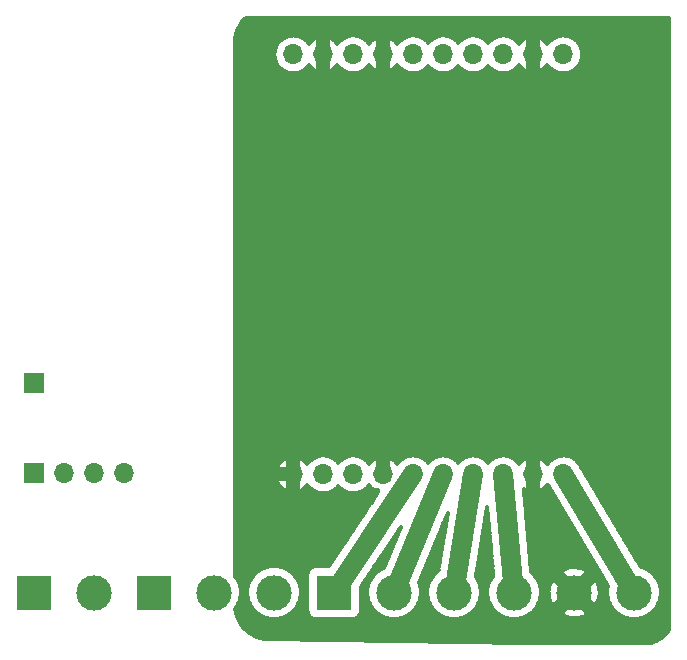
<source format=gtl>
G04 #@! TF.GenerationSoftware,KiCad,Pcbnew,5.0.2-bee76a0~70~ubuntu18.04.1*
G04 #@! TF.CreationDate,2019-04-07T21:24:10+02:00*
G04 #@! TF.ProjectId,TMC2660_mount2,544d4332-3636-4305-9f6d-6f756e74322e,rev?*
G04 #@! TF.SameCoordinates,PX40126abPY799e129*
G04 #@! TF.FileFunction,Copper,L1,Top*
G04 #@! TF.FilePolarity,Positive*
%FSLAX46Y46*%
G04 Gerber Fmt 4.6, Leading zero omitted, Abs format (unit mm)*
G04 Created by KiCad (PCBNEW 5.0.2-bee76a0~70~ubuntu18.04.1) date 2019-04-07T21:24:10 CEST*
%MOMM*%
%LPD*%
G01*
G04 APERTURE LIST*
G04 #@! TA.AperFunction,ComponentPad*
%ADD10R,1.700000X1.700000*%
G04 #@! TD*
G04 #@! TA.AperFunction,ComponentPad*
%ADD11O,1.700000X1.700000*%
G04 #@! TD*
G04 #@! TA.AperFunction,ComponentPad*
%ADD12C,3.000000*%
G04 #@! TD*
G04 #@! TA.AperFunction,ComponentPad*
%ADD13R,3.000000X3.000000*%
G04 #@! TD*
G04 #@! TA.AperFunction,Conductor*
%ADD14C,1.700000*%
G04 #@! TD*
G04 #@! TA.AperFunction,Conductor*
%ADD15C,0.300000*%
G04 #@! TD*
%ADD16C,0.300000*%
G04 APERTURE END LIST*
D10*
G04 #@! TO.P,J5,1*
G04 #@! TO.N,/SG_TST*
X5668900Y23437420D03*
G04 #@! TD*
D11*
G04 #@! TO.P,J4,4*
G04 #@! TO.N,/SDO*
X13288900Y15817420D03*
G04 #@! TO.P,J4,3*
G04 #@! TO.N,/SDI*
X10748900Y15817420D03*
G04 #@! TO.P,J4,2*
G04 #@! TO.N,/SCK*
X8208900Y15817420D03*
D10*
G04 #@! TO.P,J4,1*
G04 #@! TO.N,/CSn*
X5668900Y15817420D03*
G04 #@! TD*
D12*
G04 #@! TO.P,J3,6*
G04 #@! TO.N,/VS*
X56468781Y5657421D03*
G04 #@! TO.P,J3,5*
G04 #@! TO.N,GND*
X51388781Y5657421D03*
G04 #@! TO.P,J3,4*
G04 #@! TO.N,/A1*
X46308781Y5657421D03*
D13*
G04 #@! TO.P,J3,1*
G04 #@! TO.N,/B2*
X31068781Y5657421D03*
D12*
G04 #@! TO.P,J3,3*
G04 #@! TO.N,/A2*
X41228781Y5657421D03*
G04 #@! TO.P,J3,2*
G04 #@! TO.N,/B1*
X36148781Y5657421D03*
G04 #@! TD*
G04 #@! TO.P,J2,3*
G04 #@! TO.N,/DIR*
X25988881Y5657421D03*
G04 #@! TO.P,J2,2*
G04 #@! TO.N,/STEP*
X20908881Y5657421D03*
D13*
G04 #@! TO.P,J2,1*
G04 #@! TO.N,/DRV_ENn*
X15828881Y5657421D03*
G04 #@! TD*
D12*
G04 #@! TO.P,J1,2*
G04 #@! TO.N,GND*
X10748881Y5657421D03*
D13*
G04 #@! TO.P,J1,1*
G04 #@! TO.N,/VCC*
X5668881Y5657421D03*
G04 #@! TD*
D11*
G04 #@! TO.P,P1,1*
G04 #@! TO.N,/CSn*
X37770781Y51222021D03*
G04 #@! TO.P,P1,2*
G04 #@! TO.N,/SCK*
X40310781Y51222021D03*
G04 #@! TO.P,P1,3*
G04 #@! TO.N,/SDI*
X42850781Y51222021D03*
G04 #@! TO.P,P1,4*
G04 #@! TO.N,/SDO*
X45390781Y51222021D03*
G04 #@! TD*
G04 #@! TO.P,P2,1*
G04 #@! TO.N,/STEP*
X32690781Y15662421D03*
G04 #@! TO.P,P2,2*
G04 #@! TO.N,/DIR*
X30150781Y15662421D03*
G04 #@! TD*
G04 #@! TO.P,P3,4*
G04 #@! TO.N,GND*
X35230781Y51222021D03*
G04 #@! TO.P,P3,3*
G04 #@! TO.N,/DRV_ENn*
X32690781Y51222021D03*
G04 #@! TO.P,P3,2*
G04 #@! TO.N,GND*
X30150781Y51222021D03*
G04 #@! TO.P,P3,1*
G04 #@! TO.N,/SG_TST*
X27610781Y51222021D03*
G04 #@! TD*
G04 #@! TO.P,P4,1*
G04 #@! TO.N,GND*
X27610781Y15662421D03*
G04 #@! TD*
G04 #@! TO.P,P5,1*
G04 #@! TO.N,GND*
X35230781Y15662421D03*
G04 #@! TD*
G04 #@! TO.P,P6,2*
G04 #@! TO.N,/A1*
X45390781Y15662421D03*
G04 #@! TO.P,P6,1*
G04 #@! TO.N,/A2*
X42850781Y15662421D03*
G04 #@! TD*
G04 #@! TO.P,P7,1*
G04 #@! TO.N,/B2*
X37770781Y15662421D03*
G04 #@! TO.P,P7,2*
G04 #@! TO.N,/B1*
X40310781Y15662421D03*
G04 #@! TD*
G04 #@! TO.P,P8,1*
G04 #@! TO.N,GND*
X47930781Y51222021D03*
G04 #@! TO.P,P8,2*
G04 #@! TO.N,/VCC*
X50470781Y51222021D03*
G04 #@! TD*
G04 #@! TO.P,P9,2*
G04 #@! TO.N,/VS*
X50470781Y15662421D03*
G04 #@! TO.P,P9,1*
G04 #@! TO.N,GND*
X47930781Y15662421D03*
G04 #@! TD*
D14*
G04 #@! TO.N,/VS*
X50470781Y15662421D02*
X56468781Y5657421D01*
G04 #@! TO.N,/A1*
X45390781Y15662421D02*
X46308781Y5657421D01*
G04 #@! TO.N,/B2*
X37770781Y15662421D02*
X31068781Y5657421D01*
G04 #@! TO.N,/A2*
X42850781Y15662421D02*
X41228781Y5657421D01*
G04 #@! TO.N,/B1*
X40310781Y15662421D02*
X36148781Y5657421D01*
G04 #@! TD*
D15*
G04 #@! TO.N,GND*
X59420901Y54329420D02*
X23588941Y54329420D01*
X59420901Y54044420D02*
X23325683Y54044420D01*
X59420901Y53759420D02*
X23122564Y53759420D01*
X59420901Y53474420D02*
X22966092Y53474420D01*
X59420901Y53189420D02*
X22848000Y53189420D01*
X59420901Y52904420D02*
X22763082Y52904420D01*
X26813993Y52619420D02*
X22711314Y52619420D01*
X31893993Y52619420D02*
X28407570Y52619420D01*
X36973993Y52619420D02*
X33487570Y52619420D01*
X39513993Y52619420D02*
X38567570Y52619420D01*
X42053993Y52619420D02*
X41107570Y52619420D01*
X44593993Y52619420D02*
X43647570Y52619420D01*
X49673993Y52619420D02*
X46187570Y52619420D01*
X59420901Y52619420D02*
X51267570Y52619420D01*
X26443525Y52334420D02*
X22691006Y52334420D01*
X29133746Y52334420D02*
X28778037Y52334420D01*
X30575781Y52334420D02*
X29725781Y52334420D01*
X31523526Y52334420D02*
X31167817Y52334420D01*
X34213746Y52334420D02*
X33858037Y52334420D01*
X35655781Y52334420D02*
X34805781Y52334420D01*
X36603526Y52334420D02*
X36247817Y52334420D01*
X39143525Y52334420D02*
X38938038Y52334420D01*
X41683525Y52334420D02*
X41478038Y52334420D01*
X44223525Y52334420D02*
X44018038Y52334420D01*
X46913746Y52334420D02*
X46558037Y52334420D01*
X48355781Y52334420D02*
X47505781Y52334420D01*
X49303526Y52334420D02*
X48947817Y52334420D01*
X59420901Y52334420D02*
X51638038Y52334420D01*
X26229744Y52049420D02*
X22685820Y52049420D01*
X30575781Y52049420D02*
X29725781Y52049420D01*
X35655781Y52049420D02*
X34805781Y52049420D01*
X48355781Y52049420D02*
X47505781Y52049420D01*
X59420901Y52049420D02*
X51851819Y52049420D01*
X26094962Y51764420D02*
X22685820Y51764420D01*
X30575781Y51764420D02*
X29725781Y51764420D01*
X35655781Y51764420D02*
X34805781Y51764420D01*
X48355781Y51764420D02*
X47505781Y51764420D01*
X59420901Y51764420D02*
X51986601Y51764420D01*
X26020353Y51479420D02*
X22685820Y51479420D01*
X30620781Y51479420D02*
X29680781Y51479420D01*
X35700781Y51479420D02*
X34760781Y51479420D01*
X48400781Y51479420D02*
X47460781Y51479420D01*
X59420901Y51479420D02*
X52061210Y51479420D01*
X25997719Y51194420D02*
X22685820Y51194420D01*
X30620781Y51194420D02*
X29680781Y51194420D01*
X35700781Y51194420D02*
X34760781Y51194420D01*
X48400781Y51194420D02*
X47460781Y51194420D01*
X59420901Y51194420D02*
X52083842Y51194420D01*
X26025789Y50909420D02*
X22685820Y50909420D01*
X30620781Y50909420D02*
X29680781Y50909420D01*
X35700781Y50909420D02*
X34760781Y50909420D01*
X48400781Y50909420D02*
X47460781Y50909420D01*
X59420901Y50909420D02*
X52055772Y50909420D01*
X26111706Y50624420D02*
X22685820Y50624420D01*
X30575781Y50624420D02*
X29725781Y50624420D01*
X35655781Y50624420D02*
X34805781Y50624420D01*
X48355781Y50624420D02*
X47505781Y50624420D01*
X59420901Y50624420D02*
X51969855Y50624420D01*
X26259249Y50339420D02*
X22685820Y50339420D01*
X30575781Y50339420D02*
X29725781Y50339420D01*
X35655781Y50339420D02*
X34805781Y50339420D01*
X48355781Y50339420D02*
X47505781Y50339420D01*
X59420901Y50339420D02*
X51822312Y50339420D01*
X26498802Y50054420D02*
X22685820Y50054420D01*
X29205686Y50054420D02*
X28722759Y50054420D01*
X30575781Y50054420D02*
X29725781Y50054420D01*
X31578802Y50054420D02*
X31095875Y50054420D01*
X34285686Y50054420D02*
X33802759Y50054420D01*
X35655781Y50054420D02*
X34805781Y50054420D01*
X36658802Y50054420D02*
X36175875Y50054420D01*
X39198802Y50054420D02*
X38882759Y50054420D01*
X41738802Y50054420D02*
X41422759Y50054420D01*
X44278802Y50054420D02*
X43962759Y50054420D01*
X46985686Y50054420D02*
X46502759Y50054420D01*
X48355781Y50054420D02*
X47505781Y50054420D01*
X49358802Y50054420D02*
X48875875Y50054420D01*
X59420901Y50054420D02*
X51582759Y50054420D01*
X26917268Y49769420D02*
X22685820Y49769420D01*
X31997268Y49769420D02*
X28304293Y49769420D01*
X37077268Y49769420D02*
X33384293Y49769420D01*
X39617268Y49769420D02*
X38464293Y49769420D01*
X42157268Y49769420D02*
X41004293Y49769420D01*
X44697268Y49769420D02*
X43544293Y49769420D01*
X49777268Y49769420D02*
X46084293Y49769420D01*
X59420901Y49769420D02*
X51164293Y49769420D01*
X59420901Y49484420D02*
X22685820Y49484420D01*
X59420901Y49199420D02*
X22685820Y49199420D01*
X59420901Y48914420D02*
X22685820Y48914420D01*
X59420901Y48629420D02*
X22685820Y48629420D01*
X59420901Y48344420D02*
X22685820Y48344420D01*
X59420901Y48059420D02*
X22685820Y48059420D01*
X59420901Y47774420D02*
X22685820Y47774420D01*
X59420901Y47489420D02*
X22685820Y47489420D01*
X59420901Y47204420D02*
X22685820Y47204420D01*
X59420901Y46919420D02*
X22685820Y46919420D01*
X59420901Y46634420D02*
X22685820Y46634420D01*
X59420901Y46349420D02*
X22685820Y46349420D01*
X59420901Y46064420D02*
X22685820Y46064420D01*
X59420901Y45779420D02*
X22685820Y45779420D01*
X59420901Y45494420D02*
X22685820Y45494420D01*
X59420901Y45209420D02*
X22685820Y45209420D01*
X59420901Y44924420D02*
X22685820Y44924420D01*
X59420901Y44639420D02*
X22685820Y44639420D01*
X59420901Y44354420D02*
X22685820Y44354420D01*
X59420901Y44069420D02*
X22685820Y44069420D01*
X59420901Y43784420D02*
X22685820Y43784420D01*
X59420901Y43499420D02*
X22685820Y43499420D01*
X59420901Y43214420D02*
X22685820Y43214420D01*
X59420901Y42929420D02*
X22685820Y42929420D01*
X59420901Y42644420D02*
X22685820Y42644420D01*
X59420901Y42359420D02*
X22685820Y42359420D01*
X59420901Y42074420D02*
X22685820Y42074420D01*
X59420901Y41789420D02*
X22685820Y41789420D01*
X59420901Y41504420D02*
X22685820Y41504420D01*
X59420901Y41219420D02*
X22685820Y41219420D01*
X59420901Y40934420D02*
X22685820Y40934420D01*
X59420901Y40649420D02*
X22685820Y40649420D01*
X59420901Y40364420D02*
X22685820Y40364420D01*
X59420901Y40079420D02*
X22685820Y40079420D01*
X59420901Y39794420D02*
X22685820Y39794420D01*
X59420901Y39509420D02*
X22685820Y39509420D01*
X59420901Y39224420D02*
X22685820Y39224420D01*
X59420901Y38939420D02*
X22685820Y38939420D01*
X59420901Y38654420D02*
X22685820Y38654420D01*
X59420901Y38369420D02*
X22685820Y38369420D01*
X59420901Y38084420D02*
X22685820Y38084420D01*
X59420901Y37799420D02*
X22685820Y37799420D01*
X59420901Y37514420D02*
X22685820Y37514420D01*
X59420901Y37229420D02*
X22685820Y37229420D01*
X59420901Y36944420D02*
X22685820Y36944420D01*
X59420901Y36659420D02*
X22685820Y36659420D01*
X59420901Y36374420D02*
X22685820Y36374420D01*
X59420901Y36089420D02*
X22685820Y36089420D01*
X59420901Y35804420D02*
X22685820Y35804420D01*
X59420901Y35519420D02*
X22685820Y35519420D01*
X59420901Y35234420D02*
X22685820Y35234420D01*
X59420901Y34949420D02*
X22685820Y34949420D01*
X59420901Y34664420D02*
X22685820Y34664420D01*
X59420901Y34379420D02*
X22685820Y34379420D01*
X59420901Y34094420D02*
X22685820Y34094420D01*
X59420901Y33809420D02*
X22685820Y33809420D01*
X59420901Y33524420D02*
X22685820Y33524420D01*
X59420901Y33239420D02*
X22685820Y33239420D01*
X59420901Y32954420D02*
X22685820Y32954420D01*
X59420901Y32669420D02*
X22685820Y32669420D01*
X59420901Y32384420D02*
X22685820Y32384420D01*
X59420901Y32099420D02*
X22685820Y32099420D01*
X59420901Y31814420D02*
X22685820Y31814420D01*
X59420901Y31529420D02*
X22685820Y31529420D01*
X59420901Y31244420D02*
X22685820Y31244420D01*
X59420901Y30959420D02*
X22685820Y30959420D01*
X59420901Y30674420D02*
X22685820Y30674420D01*
X59420901Y30389420D02*
X22685820Y30389420D01*
X59420901Y30104420D02*
X22685820Y30104420D01*
X59420901Y29819420D02*
X22685820Y29819420D01*
X59420901Y29534420D02*
X22685820Y29534420D01*
X59420901Y29249420D02*
X22685820Y29249420D01*
X59420901Y28964420D02*
X22685820Y28964420D01*
X59420901Y28679420D02*
X22685820Y28679420D01*
X59420901Y28394420D02*
X22685820Y28394420D01*
X59420901Y28109420D02*
X22685820Y28109420D01*
X59420901Y27824420D02*
X22685820Y27824420D01*
X59420901Y27539420D02*
X22685820Y27539420D01*
X59420901Y27254420D02*
X22685820Y27254420D01*
X59420901Y26969420D02*
X22685820Y26969420D01*
X59420901Y26684420D02*
X22685820Y26684420D01*
X59420901Y26399420D02*
X22685820Y26399420D01*
X59420901Y26114420D02*
X22685820Y26114420D01*
X59420901Y25829420D02*
X22685820Y25829420D01*
X59420901Y25544420D02*
X22685820Y25544420D01*
X59420901Y25259420D02*
X22685820Y25259420D01*
X59420901Y24974420D02*
X22685820Y24974420D01*
X59420901Y24689420D02*
X22685820Y24689420D01*
X59420901Y24404420D02*
X22685820Y24404420D01*
X59420901Y24119420D02*
X22685820Y24119420D01*
X59420901Y23834420D02*
X22685820Y23834420D01*
X59420901Y23549420D02*
X22685820Y23549420D01*
X59420901Y23264420D02*
X22685820Y23264420D01*
X59420901Y22979420D02*
X22685820Y22979420D01*
X59420901Y22694420D02*
X22685820Y22694420D01*
X59420901Y22409420D02*
X22685820Y22409420D01*
X59420901Y22124420D02*
X22685820Y22124420D01*
X59420901Y21839420D02*
X22685820Y21839420D01*
X59420901Y21554420D02*
X22685820Y21554420D01*
X59420901Y21269420D02*
X22685820Y21269420D01*
X59420901Y20984420D02*
X22685820Y20984420D01*
X59420901Y20699420D02*
X22685820Y20699420D01*
X59420901Y20414420D02*
X22685820Y20414420D01*
X59420901Y20129420D02*
X22685820Y20129420D01*
X59420901Y19844420D02*
X22685820Y19844420D01*
X59420901Y19559420D02*
X22685820Y19559420D01*
X59420901Y19274420D02*
X22685820Y19274420D01*
X59420901Y18989420D02*
X22685820Y18989420D01*
X59420901Y18704420D02*
X22685820Y18704420D01*
X59420901Y18419420D02*
X22685820Y18419420D01*
X59420901Y18134420D02*
X22685820Y18134420D01*
X59420901Y17849420D02*
X22685820Y17849420D01*
X59420901Y17564420D02*
X22685820Y17564420D01*
X59420901Y17279420D02*
X22685820Y17279420D01*
X26907457Y16994420D02*
X22685820Y16994420D01*
X28180125Y16994420D02*
X27041438Y16994420D01*
X29239123Y16994420D02*
X28314106Y16994420D01*
X31779123Y16994420D02*
X31062440Y16994420D01*
X34527457Y16994420D02*
X33602440Y16994420D01*
X35800125Y16994420D02*
X34661438Y16994420D01*
X36859123Y16994420D02*
X35934106Y16994420D01*
X39399123Y16994420D02*
X38682697Y16994420D01*
X41939122Y16994420D02*
X41222777Y16994420D01*
X44479123Y16994420D02*
X43762440Y16994420D01*
X47227457Y16994420D02*
X46302440Y16994420D01*
X48500125Y16994420D02*
X47361438Y16994420D01*
X49559123Y16994420D02*
X48634106Y16994420D01*
X59420901Y16994420D02*
X51382440Y16994420D01*
X26534353Y16709420D02*
X22685820Y16709420D01*
X28035781Y16709420D02*
X27185781Y16709420D01*
X28929853Y16709420D02*
X28687210Y16709420D01*
X31469853Y16709420D02*
X31371710Y16709420D01*
X34154353Y16709420D02*
X33911710Y16709420D01*
X35655781Y16709420D02*
X34805781Y16709420D01*
X36549853Y16709420D02*
X36307210Y16709420D01*
X39089853Y16709420D02*
X38991762Y16709420D01*
X41627011Y16709420D02*
X41531780Y16709420D01*
X44162465Y16709420D02*
X44071710Y16709420D01*
X46854353Y16709420D02*
X46616693Y16709420D01*
X48355781Y16709420D02*
X47505781Y16709420D01*
X49249550Y16709420D02*
X49007210Y16709420D01*
X59420901Y16709420D02*
X51696233Y16709420D01*
X26317808Y16424420D02*
X22685820Y16424420D01*
X28035781Y16424420D02*
X27185781Y16424420D01*
X35655781Y16424420D02*
X34805781Y16424420D01*
X48355781Y16424420D02*
X47505781Y16424420D01*
X59420901Y16424420D02*
X51888782Y16424420D01*
X26309530Y16139420D02*
X22685820Y16139420D01*
X28035781Y16139420D02*
X27185781Y16139420D01*
X35655781Y16139420D02*
X34805781Y16139420D01*
X48355781Y16139420D02*
X47505781Y16139420D01*
X59420901Y16139420D02*
X52059640Y16139420D01*
X28080781Y15854420D02*
X22685820Y15854420D01*
X35700781Y15854420D02*
X34760781Y15854420D01*
X48400781Y15854420D02*
X47460781Y15854420D01*
X59420901Y15854420D02*
X52230497Y15854420D01*
X28080781Y15569420D02*
X22685820Y15569420D01*
X35700781Y15569420D02*
X34760781Y15569420D01*
X48400781Y15569420D02*
X47460781Y15569420D01*
X59420901Y15569420D02*
X52401355Y15569420D01*
X28080781Y15284420D02*
X22685820Y15284420D01*
X35582138Y15284420D02*
X34760781Y15284420D01*
X48400781Y15284420D02*
X47460781Y15284420D01*
X59420901Y15284420D02*
X52572213Y15284420D01*
X26258336Y14999420D02*
X22685820Y14999420D01*
X28035781Y14999420D02*
X27185781Y14999420D01*
X48355781Y14999420D02*
X47505781Y14999420D01*
X59420901Y14999420D02*
X52743070Y14999420D01*
X26444446Y14714420D02*
X22685820Y14714420D01*
X28035781Y14714420D02*
X27185781Y14714420D01*
X28848607Y14714420D02*
X28777115Y14714420D01*
X34064446Y14714420D02*
X33992954Y14714420D01*
X48355781Y14714420D02*
X47505781Y14714420D01*
X49164287Y14714420D02*
X49097115Y14714420D01*
X59420901Y14714420D02*
X52913928Y14714420D01*
X26754050Y14429420D02*
X22685820Y14429420D01*
X28035781Y14429420D02*
X27185781Y14429420D01*
X29118492Y14429420D02*
X28467511Y14429420D01*
X31658492Y14429420D02*
X31183069Y14429420D01*
X34374050Y14429420D02*
X33723069Y14429420D01*
X48355781Y14429420D02*
X47505781Y14429420D01*
X49335145Y14429420D02*
X48787511Y14429420D01*
X59420901Y14429420D02*
X53084786Y14429420D01*
X29615571Y14144420D02*
X22685820Y14144420D01*
X32155571Y14144420D02*
X30685990Y14144420D01*
X34818492Y14144420D02*
X33225990Y14144420D01*
X49506002Y14144420D02*
X47144819Y14144420D01*
X59420901Y14144420D02*
X53255643Y14144420D01*
X34627581Y13859420D02*
X22685820Y13859420D01*
X49676860Y13859420D02*
X47170969Y13859420D01*
X59420901Y13859420D02*
X53426501Y13859420D01*
X34436669Y13574420D02*
X22685820Y13574420D01*
X49847718Y13574420D02*
X47197119Y13574420D01*
X59420901Y13574420D02*
X53597358Y13574420D01*
X34245758Y13289420D02*
X22685820Y13289420D01*
X50018575Y13289420D02*
X47223269Y13289420D01*
X59420901Y13289420D02*
X53768216Y13289420D01*
X34054846Y13004420D02*
X22685820Y13004420D01*
X50189433Y13004420D02*
X47249418Y13004420D01*
X59420901Y13004420D02*
X53939074Y13004420D01*
X33863935Y12719420D02*
X22685820Y12719420D01*
X44046058Y12719420D02*
X44002658Y12719420D01*
X50360290Y12719420D02*
X47275568Y12719420D01*
X59420901Y12719420D02*
X54109931Y12719420D01*
X33673023Y12434420D02*
X22685820Y12434420D01*
X44072208Y12434420D02*
X43956454Y12434420D01*
X50531148Y12434420D02*
X47301718Y12434420D01*
X59420901Y12434420D02*
X54280789Y12434420D01*
X33482112Y12149420D02*
X22685820Y12149420D01*
X40652264Y12149420D02*
X40590983Y12149420D01*
X44098358Y12149420D02*
X43910250Y12149420D01*
X50702005Y12149420D02*
X47327868Y12149420D01*
X59420901Y12149420D02*
X54451647Y12149420D01*
X33291200Y11864420D02*
X22685820Y11864420D01*
X40606060Y11864420D02*
X40472425Y11864420D01*
X44124508Y11864420D02*
X43864046Y11864420D01*
X50872863Y11864420D02*
X47354018Y11864420D01*
X59420901Y11864420D02*
X54622504Y11864420D01*
X33100289Y11579420D02*
X22685820Y11579420D01*
X40559856Y11579420D02*
X40353868Y11579420D01*
X44150658Y11579420D02*
X43817842Y11579420D01*
X51043720Y11579420D02*
X47380168Y11579420D01*
X59420901Y11579420D02*
X54793362Y11579420D01*
X32909377Y11294420D02*
X22685820Y11294420D01*
X40513652Y11294420D02*
X40235310Y11294420D01*
X44176808Y11294420D02*
X43771638Y11294420D01*
X51214578Y11294420D02*
X47406318Y11294420D01*
X59420901Y11294420D02*
X54964220Y11294420D01*
X32718466Y11009420D02*
X22685820Y11009420D01*
X36633587Y11009420D02*
X36589330Y11009420D01*
X40467448Y11009420D02*
X40116752Y11009420D01*
X44202958Y11009420D02*
X43725434Y11009420D01*
X51385436Y11009420D02*
X47432468Y11009420D01*
X59420901Y11009420D02*
X55135077Y11009420D01*
X32527554Y10724420D02*
X22685820Y10724420D01*
X36515030Y10724420D02*
X36398418Y10724420D01*
X40421244Y10724420D02*
X39998194Y10724420D01*
X44229108Y10724420D02*
X43679230Y10724420D01*
X51556293Y10724420D02*
X47458618Y10724420D01*
X59420901Y10724420D02*
X55305935Y10724420D01*
X32336643Y10439420D02*
X22685820Y10439420D01*
X36396472Y10439420D02*
X36207507Y10439420D01*
X40375040Y10439420D02*
X39879637Y10439420D01*
X44255258Y10439420D02*
X43633027Y10439420D01*
X51727151Y10439420D02*
X47484768Y10439420D01*
X59420901Y10439420D02*
X55476792Y10439420D01*
X32145731Y10154420D02*
X22685820Y10154420D01*
X36277914Y10154420D02*
X36016595Y10154420D01*
X40328836Y10154420D02*
X39761079Y10154420D01*
X44281408Y10154420D02*
X43586823Y10154420D01*
X51898008Y10154420D02*
X47510918Y10154420D01*
X59420901Y10154420D02*
X55647650Y10154420D01*
X31954820Y9869420D02*
X22685820Y9869420D01*
X36159356Y9869420D02*
X35825683Y9869420D01*
X40282632Y9869420D02*
X39642521Y9869420D01*
X44307558Y9869420D02*
X43540619Y9869420D01*
X52068866Y9869420D02*
X47537068Y9869420D01*
X59420901Y9869420D02*
X55818508Y9869420D01*
X31763908Y9584420D02*
X22685820Y9584420D01*
X36040799Y9584420D02*
X35634772Y9584420D01*
X40236428Y9584420D02*
X39523963Y9584420D01*
X44333708Y9584420D02*
X43494415Y9584420D01*
X52239723Y9584420D02*
X47563218Y9584420D01*
X59420901Y9584420D02*
X55989365Y9584420D01*
X31572997Y9299420D02*
X22685820Y9299420D01*
X35922241Y9299420D02*
X35443860Y9299420D01*
X40190225Y9299420D02*
X39405406Y9299420D01*
X44359858Y9299420D02*
X43448211Y9299420D01*
X52410581Y9299420D02*
X47589368Y9299420D01*
X59420901Y9299420D02*
X56160223Y9299420D01*
X31382085Y9014420D02*
X22685820Y9014420D01*
X35803683Y9014420D02*
X35252949Y9014420D01*
X40144021Y9014420D02*
X39286848Y9014420D01*
X44386008Y9014420D02*
X43402007Y9014420D01*
X52581439Y9014420D02*
X47615517Y9014420D01*
X59420901Y9014420D02*
X56331081Y9014420D01*
X31191174Y8729420D02*
X22685820Y8729420D01*
X35685126Y8729420D02*
X35062037Y8729420D01*
X40097817Y8729420D02*
X39168290Y8729420D01*
X44412158Y8729420D02*
X43355803Y8729420D01*
X52752296Y8729420D02*
X47641667Y8729420D01*
X59420901Y8729420D02*
X56501938Y8729420D01*
X31000262Y8444420D02*
X22685820Y8444420D01*
X35566568Y8444420D02*
X34871126Y8444420D01*
X40051613Y8444420D02*
X39049732Y8444420D01*
X44438308Y8444420D02*
X43309599Y8444420D01*
X52923154Y8444420D02*
X47667817Y8444420D01*
X59420901Y8444420D02*
X56672796Y8444420D01*
X30809350Y8159420D02*
X22685820Y8159420D01*
X35448010Y8159420D02*
X34680214Y8159420D01*
X40005409Y8159420D02*
X38931175Y8159420D01*
X44464458Y8159420D02*
X43263395Y8159420D01*
X53094011Y8159420D02*
X47693967Y8159420D01*
X59420901Y8159420D02*
X56843653Y8159420D01*
X25560363Y7874420D02*
X22685820Y7874420D01*
X29321182Y7874420D02*
X26417400Y7874420D01*
X35329452Y7874420D02*
X34489303Y7874420D01*
X39959205Y7874420D02*
X38812617Y7874420D01*
X44490608Y7874420D02*
X43217191Y7874420D01*
X53264869Y7874420D02*
X47720117Y7874420D01*
X59420901Y7874420D02*
X57014511Y7874420D01*
X24816031Y7589420D02*
X22685820Y7589420D01*
X28942732Y7589420D02*
X27161732Y7589420D01*
X34975931Y7589420D02*
X34298391Y7589420D01*
X39913001Y7589420D02*
X38694059Y7589420D01*
X44516758Y7589420D02*
X43170988Y7589420D01*
X50474957Y7589420D02*
X47746267Y7589420D01*
X53435726Y7589420D02*
X52302606Y7589420D01*
X59420901Y7589420D02*
X57641632Y7589420D01*
X24442586Y7304420D02*
X22685820Y7304420D01*
X28821592Y7304420D02*
X27535176Y7304420D01*
X34602486Y7304420D02*
X34107480Y7304420D01*
X39682486Y7304420D02*
X38575501Y7304420D01*
X44542908Y7304420D02*
X43124784Y7304420D01*
X50378178Y7304420D02*
X47855076Y7304420D01*
X53606584Y7304420D02*
X52399384Y7304420D01*
X59420901Y7304420D02*
X58015076Y7304420D01*
X24183267Y7019420D02*
X22714496Y7019420D01*
X28807114Y7019420D02*
X27794496Y7019420D01*
X34343167Y7019420D02*
X33916568Y7019420D01*
X39423167Y7019420D02*
X38456944Y7019420D01*
X44503167Y7019420D02*
X43078580Y7019420D01*
X50663178Y7019420D02*
X48114396Y7019420D01*
X53777441Y7019420D02*
X52114384Y7019420D01*
X59420901Y7019420D02*
X58274396Y7019420D01*
X23992836Y6734420D02*
X22904927Y6734420D01*
X28807114Y6734420D02*
X27984927Y6734420D01*
X34152736Y6734420D02*
X33725656Y6734420D01*
X39232736Y6734420D02*
X38338386Y6734420D01*
X44312736Y6734420D02*
X43224827Y6734420D01*
X50948178Y6734420D02*
X48304827Y6734420D01*
X53948299Y6734420D02*
X51829384Y6734420D01*
X59420901Y6734420D02*
X58464827Y6734420D01*
X23872897Y6449420D02*
X23024866Y6449420D01*
X28807114Y6449420D02*
X28104866Y6449420D01*
X34032797Y6449420D02*
X33534745Y6449420D01*
X39112797Y6449420D02*
X38264766Y6449420D01*
X44192797Y6449420D02*
X43344766Y6449420D01*
X49377969Y6449420D02*
X48424766Y6449420D01*
X51233178Y6449420D02*
X49960386Y6449420D01*
X52817176Y6449420D02*
X51544384Y6449420D01*
X54119157Y6449420D02*
X53407001Y6449420D01*
X59420901Y6449420D02*
X58584766Y6449420D01*
X23787493Y6164420D02*
X23110270Y6164420D01*
X28807114Y6164420D02*
X28190270Y6164420D01*
X33947393Y6164420D02*
X33343833Y6164420D01*
X39027393Y6164420D02*
X38350170Y6164420D01*
X44107393Y6164420D02*
X43430170Y6164420D01*
X49283174Y6164420D02*
X48510170Y6164420D01*
X52532176Y6164420D02*
X50245386Y6164420D01*
X54267394Y6164420D02*
X53487441Y6164420D01*
X59420901Y6164420D02*
X58670170Y6164420D01*
X23730881Y5879420D02*
X23166881Y5879420D01*
X28807114Y5879420D02*
X28246881Y5879420D01*
X33890781Y5879420D02*
X33330448Y5879420D01*
X38970781Y5879420D02*
X38406781Y5879420D01*
X44050781Y5879420D02*
X43486781Y5879420D01*
X49241718Y5879420D02*
X48566781Y5879420D01*
X52247176Y5879420D02*
X50530386Y5879420D01*
X54210781Y5879420D02*
X53536404Y5879420D01*
X59420901Y5879420D02*
X58726781Y5879420D01*
X23730881Y5594420D02*
X23166881Y5594420D01*
X28807114Y5594420D02*
X28246881Y5594420D01*
X33890781Y5594420D02*
X33330448Y5594420D01*
X38970781Y5594420D02*
X38406781Y5594420D01*
X44050781Y5594420D02*
X43486781Y5594420D01*
X49229755Y5594420D02*
X48566781Y5594420D01*
X52088178Y5594420D02*
X50689384Y5594420D01*
X54210781Y5594420D02*
X53555783Y5594420D01*
X59420901Y5594420D02*
X58726781Y5594420D01*
X23755865Y5309420D02*
X23141896Y5309420D01*
X28807114Y5309420D02*
X28221896Y5309420D01*
X33915765Y5309420D02*
X33330448Y5309420D01*
X38995765Y5309420D02*
X38381796Y5309420D01*
X44075765Y5309420D02*
X43461796Y5309420D01*
X49250195Y5309420D02*
X48541796Y5309420D01*
X52373178Y5309420D02*
X50404384Y5309420D01*
X54235765Y5309420D02*
X53520043Y5309420D01*
X59420901Y5309420D02*
X58701796Y5309420D01*
X23812556Y5024420D02*
X23085205Y5024420D01*
X28807114Y5024420D02*
X28165205Y5024420D01*
X33972456Y5024420D02*
X33330448Y5024420D01*
X39052456Y5024420D02*
X38325105Y5024420D01*
X44132456Y5024420D02*
X43405105Y5024420D01*
X49324715Y5024420D02*
X48485105Y5024420D01*
X52658178Y5024420D02*
X50119384Y5024420D01*
X54292456Y5024420D02*
X53452478Y5024420D01*
X59420901Y5024420D02*
X58645105Y5024420D01*
X23925088Y4739420D02*
X22972673Y4739420D01*
X28807114Y4739420D02*
X28052673Y4739420D01*
X34084988Y4739420D02*
X33330448Y4739420D01*
X39164988Y4739420D02*
X38212573Y4739420D01*
X44244988Y4739420D02*
X43292573Y4739420D01*
X49463322Y4739420D02*
X48372573Y4739420D01*
X51107176Y4739420D02*
X49834384Y4739420D01*
X52943178Y4739420D02*
X51670386Y4739420D01*
X54404988Y4739420D02*
X53314239Y4739420D01*
X59420901Y4739420D02*
X58532573Y4739420D01*
X24077027Y4454420D02*
X22820734Y4454420D01*
X28807114Y4454420D02*
X27900734Y4454420D01*
X34236927Y4454420D02*
X33330448Y4454420D01*
X39316927Y4454420D02*
X38060634Y4454420D01*
X44396927Y4454420D02*
X43140634Y4454420D01*
X50822176Y4454420D02*
X48220634Y4454420D01*
X54556927Y4454420D02*
X51955386Y4454420D01*
X59420901Y4454420D02*
X58380634Y4454420D01*
X24283588Y4169420D02*
X22718849Y4169420D01*
X28807114Y4169420D02*
X27694174Y4169420D01*
X34443488Y4169420D02*
X33330448Y4169420D01*
X39523488Y4169420D02*
X37854074Y4169420D01*
X44603488Y4169420D02*
X42934074Y4169420D01*
X50537176Y4169420D02*
X48014074Y4169420D01*
X54763488Y4169420D02*
X52240386Y4169420D01*
X59420901Y4169420D02*
X58174074Y4169420D01*
X24578072Y3884420D02*
X22772810Y3884420D01*
X28859487Y3884420D02*
X27399689Y3884420D01*
X34737972Y3884420D02*
X33278074Y3884420D01*
X39817972Y3884420D02*
X37559589Y3884420D01*
X44897972Y3884420D02*
X42639589Y3884420D01*
X50373418Y3884420D02*
X47719589Y3884420D01*
X55057972Y3884420D02*
X52404143Y3884420D01*
X59420901Y3884420D02*
X57879589Y3884420D01*
X25056898Y3599420D02*
X22860808Y3599420D01*
X29053865Y3599420D02*
X26920863Y3599420D01*
X35216798Y3599420D02*
X33083696Y3599420D01*
X40296798Y3599420D02*
X37080763Y3599420D01*
X45376798Y3599420D02*
X42160763Y3599420D01*
X50738653Y3599420D02*
X47240763Y3599420D01*
X55536798Y3599420D02*
X52043872Y3599420D01*
X59420901Y3599420D02*
X57400763Y3599420D01*
X59420901Y3314420D02*
X22984580Y3314420D01*
X59420901Y3029420D02*
X23147377Y3029420D01*
X59420901Y2744420D02*
X23357801Y2744420D01*
X59415926Y2459420D02*
X23629865Y2459420D01*
X59176394Y2174420D02*
X24013871Y2174420D01*
X58858865Y1889420D02*
X24604494Y1889420D01*
X58400109Y1604420D02*
X34653530Y1604420D01*
X59420901Y54329420D02*
X59420901Y54329420D01*
X59135901Y2129677D02*
X59135901Y54329420D01*
X58850901Y1883868D02*
X58850901Y54329420D01*
X58565901Y6494962D02*
X58565901Y54329420D01*
X58565901Y1694076D02*
X58565901Y4819879D01*
X58280901Y7009683D02*
X58280901Y54329420D01*
X58280901Y1548058D02*
X58280901Y4305158D01*
X57995901Y7323595D02*
X57995901Y54329420D01*
X57995901Y1439000D02*
X57995901Y3991247D01*
X57710901Y7543136D02*
X57710901Y54329420D01*
X57710901Y1435420D02*
X57710901Y3771705D01*
X57425901Y7705009D02*
X57425901Y54329420D01*
X57425901Y1435420D02*
X57425901Y3609832D01*
X57140901Y7823060D02*
X57140901Y54329420D01*
X57140901Y1435420D02*
X57140901Y3491781D01*
X56855901Y8138989D02*
X56855901Y54329420D01*
X56855901Y1435420D02*
X56855901Y3432187D01*
X56570901Y8614385D02*
X56570901Y54329420D01*
X56570901Y1435420D02*
X56570901Y3399421D01*
X56285901Y9089781D02*
X56285901Y54329420D01*
X56285901Y1435420D02*
X56285901Y3399421D01*
X56000901Y9565177D02*
X56000901Y54329420D01*
X56000901Y1435420D02*
X56000901Y3448252D01*
X55715901Y10040572D02*
X55715901Y54329420D01*
X55715901Y1435420D02*
X55715901Y3525234D01*
X55430901Y10515968D02*
X55430901Y54329420D01*
X55430901Y1435420D02*
X55430901Y3643285D01*
X55145901Y10991364D02*
X55145901Y54329420D01*
X55145901Y1435420D02*
X55145901Y3825668D01*
X54860901Y11466760D02*
X54860901Y54329420D01*
X54860901Y1435420D02*
X54860901Y4072007D01*
X54575901Y11942155D02*
X54575901Y54329420D01*
X54575901Y1435420D02*
X54575901Y4426025D01*
X54290901Y12417551D02*
X54290901Y54329420D01*
X54290901Y1435420D02*
X54290901Y5032239D01*
X54005901Y12892947D02*
X54005901Y54329420D01*
X54005901Y1435420D02*
X54005901Y6638338D01*
X53720901Y13368343D02*
X53720901Y54329420D01*
X53720901Y1435420D02*
X53720901Y7113734D01*
X53435901Y13843739D02*
X53435901Y54329420D01*
X53435901Y6352144D02*
X53435901Y7589130D01*
X53435901Y1435420D02*
X53435901Y4974579D01*
X53150901Y14319134D02*
X53150901Y54329420D01*
X53150901Y6679732D02*
X53150901Y8064526D01*
X53150901Y1435420D02*
X53150901Y4635109D01*
X52865901Y14794530D02*
X52865901Y54329420D01*
X52865901Y6498145D02*
X52865901Y8539922D01*
X52865901Y1435420D02*
X52865901Y4816697D01*
X52580901Y15269926D02*
X52580901Y54329420D01*
X52580901Y6213145D02*
X52580901Y9015318D01*
X52580901Y1435420D02*
X52580901Y5101697D01*
X52295901Y15745322D02*
X52295901Y54329420D01*
X52295901Y7599917D02*
X52295901Y9490714D01*
X52295901Y5928145D02*
X52295901Y7200937D01*
X52295901Y4113905D02*
X52295901Y5386697D01*
X52295901Y1435420D02*
X52295901Y3714924D01*
X52010901Y51684313D02*
X52010901Y54329420D01*
X52010901Y16220718D02*
X52010901Y50759728D01*
X52010901Y7724737D02*
X52010901Y9966110D01*
X52010901Y5657421D02*
X52010901Y6915937D01*
X52010901Y4398905D02*
X52010901Y5657421D01*
X52010901Y1435420D02*
X52010901Y3590367D01*
X51725901Y52227357D02*
X51725901Y54329420D01*
X51725901Y16669424D02*
X51725901Y50216684D01*
X51725901Y7790048D02*
X51725901Y10441506D01*
X51725901Y5657421D02*
X51725901Y6630937D01*
X51725901Y4683905D02*
X51725901Y5657421D01*
X51725901Y1435420D02*
X51725901Y3518054D01*
X51440901Y52506042D02*
X51440901Y54329420D01*
X51440901Y16953319D02*
X51440901Y49937999D01*
X51440901Y7824704D02*
X51440901Y10916902D01*
X51440901Y5657421D02*
X51440901Y6345937D01*
X51440901Y4968905D02*
X51440901Y5657421D01*
X51440901Y1435420D02*
X51440901Y3497614D01*
X51155901Y52679108D02*
X51155901Y54329420D01*
X51155901Y17125127D02*
X51155901Y49764933D01*
X51155901Y7804264D02*
X51155901Y11392298D01*
X51155901Y5657421D02*
X51155901Y6526697D01*
X51155901Y4788145D02*
X51155901Y5657421D01*
X51155901Y1435420D02*
X51155901Y3511722D01*
X50870901Y52781000D02*
X50870901Y54329420D01*
X50870901Y17227072D02*
X50870901Y49663041D01*
X50870901Y7753094D02*
X50870901Y11867694D01*
X50870901Y5657421D02*
X50870901Y6811697D01*
X50870901Y4503145D02*
X50870901Y5657421D01*
X50870901Y1435420D02*
X50870901Y3555433D01*
X50585901Y52826462D02*
X50585901Y54329420D01*
X50585901Y17270926D02*
X50585901Y49617579D01*
X50585901Y7671134D02*
X50585901Y12343090D01*
X50585901Y5823905D02*
X50585901Y7096697D01*
X50585901Y4218145D02*
X50585901Y5490937D01*
X50585901Y1435420D02*
X50585901Y3650228D01*
X50300901Y52821070D02*
X50300901Y54329420D01*
X50300901Y17264006D02*
X50300901Y49622973D01*
X50300901Y7356431D02*
X50300901Y12818486D01*
X50300901Y6108905D02*
X50300901Y7356431D01*
X50300901Y3958411D02*
X50300901Y5205937D01*
X50300901Y1435420D02*
X50300901Y3958411D01*
X50015901Y52764390D02*
X50015901Y54329420D01*
X50015901Y17206151D02*
X50015901Y49679653D01*
X50015901Y7356431D02*
X50015901Y13293882D01*
X50015901Y6393905D02*
X50015901Y7356431D01*
X50015901Y3958411D02*
X50015901Y4920937D01*
X50015901Y1435420D02*
X50015901Y3958411D01*
X49730901Y52649839D02*
X49730901Y54329420D01*
X49730901Y17091260D02*
X49730901Y49794204D01*
X49730901Y7356431D02*
X49730901Y13769278D01*
X49730901Y6678905D02*
X49730901Y7356431D01*
X49730901Y3958411D02*
X49730901Y4635937D01*
X49730901Y1435420D02*
X49730901Y3958411D01*
X49445901Y52461102D02*
X49445901Y54329420D01*
X49445901Y16904281D02*
X49445901Y49982941D01*
X49445901Y7356431D02*
X49445901Y14244674D01*
X49445901Y6564297D02*
X49445901Y7356431D01*
X49445901Y3958411D02*
X49445901Y4750546D01*
X49445901Y1435420D02*
X49445901Y3958411D01*
X49160901Y52160632D02*
X49160901Y54329420D01*
X49160901Y16604819D02*
X49160901Y50283411D01*
X49160901Y7356431D02*
X49160901Y14720070D01*
X49160901Y5715047D02*
X49160901Y7356431D01*
X49160901Y3958411D02*
X49160901Y5715047D01*
X49160901Y1435420D02*
X49160901Y3958411D01*
X48875901Y52389603D02*
X48875901Y54329420D01*
X48875901Y16830003D02*
X48875901Y50054438D01*
X48875901Y7356431D02*
X48875901Y14494838D01*
X48875901Y5715047D02*
X48875901Y7356431D01*
X48875901Y3958411D02*
X48875901Y5715047D01*
X48875901Y1435420D02*
X48875901Y3958411D01*
X48590901Y52577107D02*
X48590901Y54329420D01*
X48590901Y17017507D02*
X48590901Y49866934D01*
X48590901Y7356431D02*
X48590901Y14307334D01*
X48590901Y5715047D02*
X48590901Y7356431D01*
X48590901Y3958411D02*
X48590901Y5715047D01*
X48590901Y1435420D02*
X48590901Y3958411D01*
X48305901Y52496528D02*
X48305901Y54329420D01*
X48305901Y16936928D02*
X48305901Y52496528D01*
X48305901Y7356431D02*
X48305901Y16936928D01*
X48305901Y6732811D02*
X48305901Y7356431D01*
X48305901Y3958411D02*
X48305901Y4582030D01*
X48305901Y1435420D02*
X48305901Y3958411D01*
X48020901Y52496528D02*
X48020901Y54329420D01*
X48020901Y16936928D02*
X48020901Y52496528D01*
X48020901Y7356431D02*
X48020901Y16936928D01*
X48020901Y7138595D02*
X48020901Y7356431D01*
X48020901Y3958411D02*
X48020901Y4176247D01*
X48020901Y1435420D02*
X48020901Y3958411D01*
X47735901Y52496528D02*
X47735901Y54329420D01*
X47735901Y16936928D02*
X47735901Y52496528D01*
X47735901Y7702391D02*
X47735901Y16936928D01*
X47735901Y1435420D02*
X47735901Y3895318D01*
X47450901Y52518386D02*
X47450901Y54329420D01*
X47450901Y16958786D02*
X47450901Y49925655D01*
X47450901Y10808518D02*
X47450901Y14366055D01*
X47450901Y1435420D02*
X47450901Y3704888D01*
X47165901Y52521127D02*
X47165901Y54329420D01*
X47165901Y16961527D02*
X47165901Y49922916D01*
X47165901Y13914645D02*
X47165901Y14363316D01*
X47165901Y1435420D02*
X47165901Y3568410D01*
X46880901Y52298254D02*
X46880901Y54329420D01*
X46880901Y16738654D02*
X46880901Y50145789D01*
X46880901Y1439185D02*
X46880901Y3468986D01*
X46595901Y52288282D02*
X46595901Y54329420D01*
X46595901Y16730490D02*
X46595901Y50155759D01*
X46595901Y1443036D02*
X46595901Y3412295D01*
X46310901Y52547076D02*
X46310901Y54329420D01*
X46310901Y16987475D02*
X46310901Y49896965D01*
X46310901Y1446887D02*
X46310901Y3399421D01*
X46025901Y52705833D02*
X46025901Y54329420D01*
X46025901Y17146233D02*
X46025901Y49738208D01*
X46025901Y1450739D02*
X46025901Y3411453D01*
X45740901Y52796168D02*
X45740901Y54329420D01*
X45740901Y17236568D02*
X45740901Y49647873D01*
X45740901Y1454590D02*
X45740901Y3468143D01*
X45455901Y52830021D02*
X45455901Y54329420D01*
X45455901Y17270421D02*
X45455901Y49614021D01*
X45455901Y1458441D02*
X45455901Y3566655D01*
X45170901Y52816145D02*
X45170901Y54329420D01*
X45170901Y17257573D02*
X45170901Y49627898D01*
X45170901Y1462293D02*
X45170901Y3702056D01*
X44885901Y52749223D02*
X44885901Y54329420D01*
X44885901Y17192956D02*
X44885901Y49694820D01*
X44885901Y1466144D02*
X44885901Y3892486D01*
X44600901Y52623113D02*
X44600901Y54329420D01*
X44600901Y17067612D02*
X44600901Y49820930D01*
X44600901Y1469995D02*
X44600901Y4172007D01*
X44315901Y52420069D02*
X44315901Y54329420D01*
X44315901Y16860821D02*
X44315901Y50023974D01*
X44315901Y6739157D02*
X44315901Y9778497D01*
X44315901Y1473847D02*
X44315901Y4575686D01*
X44030901Y52318745D02*
X44030901Y54329420D01*
X44030901Y16759145D02*
X44030901Y50125296D01*
X44030901Y1477698D02*
X44030901Y12884620D01*
X43745901Y52566860D02*
X43745901Y54329420D01*
X43745901Y17007260D02*
X43745901Y49877181D01*
X43745901Y1481550D02*
X43745901Y11135662D01*
X43460901Y52717298D02*
X43460901Y54329420D01*
X43460901Y17157697D02*
X43460901Y49726743D01*
X43460901Y6009921D02*
X43460901Y9377693D01*
X43460901Y1485401D02*
X43460901Y5304920D01*
X43175901Y52803751D02*
X43175901Y54329420D01*
X43175901Y17244151D02*
X43175901Y49640290D01*
X43175901Y6807641D02*
X43175901Y7619724D01*
X43175901Y1489252D02*
X43175901Y4507200D01*
X42890901Y52830021D02*
X42890901Y54329420D01*
X42890901Y17271057D02*
X42890901Y49614021D01*
X42890901Y1493104D02*
X42890901Y4126247D01*
X42605901Y52813683D02*
X42605901Y54329420D01*
X42605901Y17254083D02*
X42605901Y49630360D01*
X42605901Y1496955D02*
X42605901Y3861909D01*
X42320901Y52741639D02*
X42320901Y54329420D01*
X42320901Y17182039D02*
X42320901Y49702404D01*
X42320901Y1500806D02*
X42320901Y3671479D01*
X42035901Y52609750D02*
X42035901Y54329420D01*
X42035901Y17050150D02*
X42035901Y49834293D01*
X42035901Y1504658D02*
X42035901Y3547699D01*
X41750901Y52399552D02*
X41750901Y54329420D01*
X41750901Y16839952D02*
X41750901Y50044491D01*
X41750901Y1508509D02*
X41750901Y3459040D01*
X41465901Y52349207D02*
X41465901Y54329420D01*
X41465901Y16789941D02*
X41465901Y50094834D01*
X41465901Y1512360D02*
X41465901Y3402350D01*
X41180901Y52580223D02*
X41180901Y54329420D01*
X41180901Y17020623D02*
X41180901Y49863818D01*
X41180901Y1516212D02*
X41180901Y3399421D01*
X40895901Y52724881D02*
X40895901Y54329420D01*
X40895901Y17165281D02*
X40895901Y49719160D01*
X40895901Y1520063D02*
X40895901Y3421399D01*
X40610901Y52808241D02*
X40610901Y54329420D01*
X40610901Y17248641D02*
X40610901Y49635800D01*
X40610901Y11894287D02*
X40610901Y12197299D01*
X40610901Y1523914D02*
X40610901Y3478089D01*
X40325901Y52830021D02*
X40325901Y54329420D01*
X40325901Y17276931D02*
X40325901Y49614021D01*
X40325901Y10136318D02*
X40325901Y11512190D01*
X40325901Y1527766D02*
X40325901Y3587366D01*
X40040901Y52811220D02*
X40040901Y54329420D01*
X40040901Y17251794D02*
X40040901Y49632823D01*
X40040901Y8378350D02*
X40040901Y10827080D01*
X40040901Y1531617D02*
X40040901Y3735465D01*
X39755901Y52734055D02*
X39755901Y54329420D01*
X39755901Y17174603D02*
X39755901Y49709988D01*
X39755901Y7377835D02*
X39755901Y10141971D01*
X39755901Y1535468D02*
X39755901Y3937007D01*
X39470901Y52596388D02*
X39470901Y54329420D01*
X39470901Y17036950D02*
X39470901Y49847655D01*
X39470901Y7090860D02*
X39470901Y9456862D01*
X39470901Y1539320D02*
X39470901Y4223983D01*
X39185901Y52379035D02*
X39185901Y54329420D01*
X39185901Y16819703D02*
X39185901Y50065008D01*
X39185901Y6625910D02*
X39185901Y8771753D01*
X39185901Y1543171D02*
X39185901Y4688933D01*
X38900901Y52374733D02*
X38900901Y54329420D01*
X38900901Y16815133D02*
X38900901Y50069308D01*
X38900901Y1547023D02*
X38900901Y8086644D01*
X38615901Y52593586D02*
X38615901Y54329420D01*
X38615901Y17033986D02*
X38615901Y49850455D01*
X38615901Y1550874D02*
X38615901Y7401535D01*
X38330901Y52732465D02*
X38330901Y54329420D01*
X38330901Y17172865D02*
X38330901Y49711576D01*
X38330901Y6261287D02*
X38330901Y6716426D01*
X38330901Y1554725D02*
X38330901Y5053554D01*
X38045901Y52810703D02*
X38045901Y54329420D01*
X38045901Y17251103D02*
X38045901Y49633338D01*
X38045901Y1558577D02*
X38045901Y4432369D01*
X37760901Y52830021D02*
X37760901Y54329420D01*
X37760901Y17277055D02*
X37760901Y49614021D01*
X37760901Y1562428D02*
X37760901Y4076247D01*
X37475901Y52808758D02*
X37475901Y54329420D01*
X37475901Y17249320D02*
X37475901Y49635285D01*
X37475901Y1566279D02*
X37475901Y3828501D01*
X37190901Y52726472D02*
X37190901Y54329420D01*
X37190901Y17167016D02*
X37190901Y49717571D01*
X37190901Y1570131D02*
X37190901Y3645040D01*
X36905901Y52583025D02*
X36905901Y54329420D01*
X36905901Y17023586D02*
X36905901Y49861018D01*
X36905901Y1573982D02*
X36905901Y3526989D01*
X36620901Y52355593D02*
X36620901Y54329420D01*
X36620901Y16795993D02*
X36620901Y50088450D01*
X36620901Y10978925D02*
X36620901Y11056550D01*
X36620901Y1577833D02*
X36620901Y3449094D01*
X36335901Y52237427D02*
X36335901Y54329420D01*
X36335901Y16677827D02*
X36335901Y50206614D01*
X36335901Y10293816D02*
X36335901Y10631091D01*
X36335901Y1581685D02*
X36335901Y3399421D01*
X36050901Y52482117D02*
X36050901Y54329420D01*
X36050901Y16922517D02*
X36050901Y49961924D01*
X36050901Y9608707D02*
X36050901Y10205632D01*
X36050901Y1585536D02*
X36050901Y3399421D01*
X35765901Y52540389D02*
X35765901Y54329420D01*
X35765901Y16980789D02*
X35765901Y49903654D01*
X35765901Y8923597D02*
X35765901Y9780173D01*
X35765901Y1589387D02*
X35765901Y3431344D01*
X35480901Y52496528D02*
X35480901Y54329420D01*
X35480901Y15192421D02*
X35480901Y52496528D01*
X35480901Y8238488D02*
X35480901Y9354714D01*
X35480901Y1593239D02*
X35480901Y3490025D01*
X35195901Y52496528D02*
X35195901Y54329420D01*
X35195901Y15192421D02*
X35195901Y52496528D01*
X35195901Y7706767D02*
X35195901Y8929256D01*
X35195901Y1597090D02*
X35195901Y3608076D01*
X34910901Y52496528D02*
X34910901Y54329420D01*
X34910901Y15192421D02*
X34910901Y52496528D01*
X34910901Y7545970D02*
X34910901Y8503797D01*
X34910901Y1600942D02*
X34910901Y3768873D01*
X34625901Y52568173D02*
X34625901Y54329420D01*
X34625901Y17008573D02*
X34625901Y49875868D01*
X34625901Y13856914D02*
X34625901Y14316268D01*
X34625901Y7327835D02*
X34625901Y8078338D01*
X34625901Y1604793D02*
X34625901Y3987007D01*
X34340901Y52430488D02*
X34340901Y54329420D01*
X34340901Y16870888D02*
X34340901Y50013555D01*
X34340901Y13431455D02*
X34340901Y14453955D01*
X34340901Y7016030D02*
X34340901Y7652879D01*
X34340901Y1608644D02*
X34340901Y4298813D01*
X34055901Y52160612D02*
X34055901Y54329420D01*
X34055901Y16601012D02*
X34055901Y50283431D01*
X34055901Y13005996D02*
X34055901Y14723831D01*
X34055901Y6505199D02*
X34055901Y7227420D01*
X34055901Y1612496D02*
X34055901Y4809644D01*
X33770901Y52415767D02*
X33770901Y54329420D01*
X33770901Y16856167D02*
X33770901Y50028274D01*
X33770901Y12580537D02*
X33770901Y14468674D01*
X33770901Y1616347D02*
X33770901Y6801961D01*
X33485901Y52620311D02*
X33485901Y54329420D01*
X33485901Y17060711D02*
X33485901Y49823730D01*
X33485901Y12155078D02*
X33485901Y14264130D01*
X33485901Y1620198D02*
X33485901Y6376503D01*
X33200901Y52747632D02*
X33200901Y54329420D01*
X33200901Y17188032D02*
X33200901Y49696409D01*
X33200901Y11729619D02*
X33200901Y14136809D01*
X33200901Y1624050D02*
X33200901Y3732819D01*
X32915901Y52815628D02*
X32915901Y54329420D01*
X32915901Y17256028D02*
X32915901Y49628413D01*
X32915901Y11304160D02*
X32915901Y14068813D01*
X32915901Y1627901D02*
X32915901Y3483473D01*
X32630901Y52830021D02*
X32630901Y54329420D01*
X32630901Y17270421D02*
X32630901Y49614021D01*
X32630901Y10878701D02*
X32630901Y14054421D01*
X32630901Y1631752D02*
X32630901Y3401872D01*
X32345901Y52797758D02*
X32345901Y54329420D01*
X32345901Y17238158D02*
X32345901Y49646285D01*
X32345901Y10453243D02*
X32345901Y14086685D01*
X32345901Y1635604D02*
X32345901Y3395754D01*
X32060901Y52708635D02*
X32060901Y54329420D01*
X32060901Y17149035D02*
X32060901Y49735408D01*
X32060901Y10027784D02*
X32060901Y14175808D01*
X32060901Y1639455D02*
X32060901Y3395754D01*
X31775901Y52551377D02*
X31775901Y54329420D01*
X31775901Y16991777D02*
X31775901Y49892666D01*
X31775901Y9602325D02*
X31775901Y14333066D01*
X31775901Y1643306D02*
X31775901Y3395754D01*
X31490901Y52294668D02*
X31490901Y54329420D01*
X31490901Y16735068D02*
X31490901Y50149375D01*
X31490901Y9176866D02*
X31490901Y14589775D01*
X31490901Y1647158D02*
X31490901Y3395754D01*
X31205901Y52292483D02*
X31205901Y54329420D01*
X31205901Y16876684D02*
X31205901Y50151558D01*
X31205901Y8751407D02*
X31205901Y14448157D01*
X31205901Y1651009D02*
X31205901Y3395754D01*
X30920901Y52518326D02*
X30920901Y54329420D01*
X30920901Y17074074D02*
X30920901Y49925715D01*
X30920901Y8325948D02*
X30920901Y14250767D01*
X30920901Y1654860D02*
X30920901Y3395754D01*
X30635901Y52520474D02*
X30635901Y54329420D01*
X30635901Y17195616D02*
X30635901Y49923569D01*
X30635901Y7919088D02*
X30635901Y14129225D01*
X30635901Y1658712D02*
X30635901Y3395754D01*
X30350901Y52496528D02*
X30350901Y54329420D01*
X30350901Y17258490D02*
X30350901Y52496528D01*
X30350901Y7919088D02*
X30350901Y14066351D01*
X30350901Y1662563D02*
X30350901Y3395754D01*
X30065901Y52496528D02*
X30065901Y54329420D01*
X30065901Y17269841D02*
X30065901Y52496528D01*
X30065901Y7919088D02*
X30065901Y14055002D01*
X30065901Y1666415D02*
X30065901Y3395754D01*
X29780901Y52496528D02*
X29780901Y54329420D01*
X29780901Y17230575D02*
X29780901Y52496528D01*
X29780901Y7919088D02*
X29780901Y14094268D01*
X29780901Y1670266D02*
X29780901Y3395754D01*
X29495901Y52579908D02*
X29495901Y54329420D01*
X29495901Y17135672D02*
X29495901Y49864135D01*
X29495901Y7911911D02*
X29495901Y14189171D01*
X29495901Y1674117D02*
X29495901Y3402932D01*
X29210901Y52393482D02*
X29210901Y54329420D01*
X29210901Y16971260D02*
X29210901Y50050561D01*
X29210901Y7825617D02*
X29210901Y14353583D01*
X29210901Y1677969D02*
X29210901Y3489226D01*
X28925901Y52154246D02*
X28925901Y54329420D01*
X28925901Y16704605D02*
X28925901Y50289795D01*
X28925901Y7562664D02*
X28925901Y14620238D01*
X28925901Y1681820D02*
X28925901Y3752179D01*
X28640901Y52456801D02*
X28640901Y54329420D01*
X28640901Y16760412D02*
X28640901Y49987240D01*
X28640901Y1685671D02*
X28640901Y14564429D01*
X28355901Y52647037D02*
X28355901Y54329420D01*
X28355901Y16972085D02*
X28355901Y49797004D01*
X28355901Y1689523D02*
X28355901Y14352756D01*
X28070901Y52762800D02*
X28070901Y54329420D01*
X28070901Y16950917D02*
X28070901Y49681241D01*
X28070901Y15237421D02*
X28070901Y16087421D01*
X28070901Y6531417D02*
X28070901Y14373926D01*
X28070901Y1693374D02*
X28070901Y4783424D01*
X27785901Y52820553D02*
X27785901Y54329420D01*
X27785901Y16936928D02*
X27785901Y49623488D01*
X27785901Y7032282D02*
X27785901Y16936928D01*
X27785901Y1697225D02*
X27785901Y4282559D01*
X27500901Y52826979D02*
X27500901Y54329420D01*
X27500901Y16936928D02*
X27500901Y49617064D01*
X27500901Y7338695D02*
X27500901Y16936928D01*
X27500901Y1701077D02*
X27500901Y3976147D01*
X27215901Y52782591D02*
X27215901Y54329420D01*
X27215901Y16936928D02*
X27215901Y49661452D01*
X27215901Y7553225D02*
X27215901Y16936928D01*
X27215901Y1704928D02*
X27215901Y3761616D01*
X26930901Y52681909D02*
X26930901Y54329420D01*
X26930901Y17006949D02*
X26930901Y49762134D01*
X26930901Y15237421D02*
X26930901Y16087421D01*
X26930901Y7711264D02*
X26930901Y14317894D01*
X26930901Y1708779D02*
X26930901Y3603577D01*
X26645901Y52510343D02*
X26645901Y54329420D01*
X26645901Y16815379D02*
X26645901Y49933700D01*
X26645901Y15237421D02*
X26645901Y16087421D01*
X26645901Y7828968D02*
X26645901Y14509464D01*
X26645901Y1712631D02*
X26645901Y3485873D01*
X26360901Y52233743D02*
X26360901Y54329420D01*
X26360901Y16496157D02*
X26360901Y50210300D01*
X26360901Y15237421D02*
X26360901Y16087421D01*
X26360901Y7885658D02*
X26360901Y14828686D01*
X26360901Y1716482D02*
X26360901Y3429183D01*
X26075901Y51701588D02*
X26075901Y54329420D01*
X26075901Y16308532D02*
X26075901Y50742455D01*
X26075901Y15016310D02*
X26075901Y16308532D01*
X26075901Y7915421D02*
X26075901Y15016310D01*
X26075901Y1720333D02*
X26075901Y3399421D01*
X25790901Y51222021D02*
X25790901Y54329420D01*
X25790901Y16308532D02*
X25790901Y51222021D01*
X25790901Y15016310D02*
X25790901Y16308532D01*
X25790901Y7915421D02*
X25790901Y15016310D01*
X25790901Y1724185D02*
X25790901Y3399421D01*
X25505901Y51222021D02*
X25505901Y54329420D01*
X25505901Y16308532D02*
X25505901Y51222021D01*
X25505901Y15016310D02*
X25505901Y16308532D01*
X25505901Y7863587D02*
X25505901Y15016310D01*
X25505901Y1728036D02*
X25505901Y3451256D01*
X25220901Y51222021D02*
X25220901Y54329420D01*
X25220901Y16308532D02*
X25220901Y51222021D01*
X25220901Y15016310D02*
X25220901Y16308532D01*
X25220901Y7783355D02*
X25220901Y15016310D01*
X25220901Y1748750D02*
X25220901Y3531488D01*
X24935901Y51222021D02*
X24935901Y54329420D01*
X24935901Y16308532D02*
X24935901Y51222021D01*
X24935901Y15016310D02*
X24935901Y16308532D01*
X24935901Y7665304D02*
X24935901Y15016310D01*
X24935901Y1796713D02*
X24935901Y3649539D01*
X24650901Y51222021D02*
X24650901Y54329420D01*
X24650901Y16308532D02*
X24650901Y51222021D01*
X24650901Y15016310D02*
X24650901Y16308532D01*
X24650901Y7479085D02*
X24650901Y15016310D01*
X24650901Y1874401D02*
X24650901Y3835758D01*
X24365901Y51222021D02*
X24365901Y54329420D01*
X24365901Y16308532D02*
X24365901Y51222021D01*
X24365901Y15016310D02*
X24365901Y16308532D01*
X24365901Y7227735D02*
X24365901Y15016310D01*
X24365901Y1984863D02*
X24365901Y4087107D01*
X24080901Y51222021D02*
X24080901Y54329420D01*
X24080901Y16308532D02*
X24080901Y51222021D01*
X24080901Y15016310D02*
X24080901Y16308532D01*
X24080901Y6866220D02*
X24080901Y15016310D01*
X24080901Y2133085D02*
X24080901Y4448623D01*
X23795901Y51222021D02*
X23795901Y54329420D01*
X23795901Y16308532D02*
X23795901Y51222021D01*
X23795901Y15016310D02*
X23795901Y16308532D01*
X23795901Y6206691D02*
X23795901Y15016310D01*
X23795901Y2327071D02*
X23795901Y5108152D01*
X23510901Y51222021D02*
X23510901Y54250317D01*
X23510901Y16308532D02*
X23510901Y51222021D01*
X23510901Y15016310D02*
X23510901Y16308532D01*
X23510901Y5879815D02*
X23510901Y15016310D01*
X23510901Y2580002D02*
X23510901Y5879815D01*
X23225901Y51222021D02*
X23225901Y53915546D01*
X23225901Y16308532D02*
X23225901Y51222021D01*
X23225901Y15016310D02*
X23225901Y16308532D01*
X23225901Y5879815D02*
X23225901Y15016310D01*
X23225901Y2914773D02*
X23225901Y5879815D01*
X22940901Y51222021D02*
X22940901Y53417898D01*
X22940901Y16308532D02*
X22940901Y51222021D01*
X22940901Y15016310D02*
X22940901Y16308532D01*
X22940901Y6652127D02*
X22940901Y15016310D01*
X22940901Y3412421D02*
X22940901Y4662714D01*
D16*
X59420900Y2466352D02*
X59345523Y2361304D01*
X59129245Y2122322D01*
X58887357Y1909287D01*
X58622965Y1724934D01*
X58339443Y1571614D01*
X58040433Y1451295D01*
X57982938Y1435420D01*
X47159520Y1435420D01*
X25501809Y1728092D01*
X25157062Y1753445D01*
X24822250Y1818948D01*
X24497646Y1923999D01*
X24187942Y2067079D01*
X23897542Y2246154D01*
X23630625Y2458649D01*
X23391020Y2701515D01*
X23182161Y2971266D01*
X23007023Y3264064D01*
X22868139Y3575677D01*
X22767485Y3901664D01*
X22706512Y4237337D01*
X22703973Y4279674D01*
X22909894Y4587857D01*
X23080107Y4998787D01*
X23166881Y5435027D01*
X23166881Y5879815D01*
X23730881Y5879815D01*
X23730881Y5435027D01*
X23817655Y4998787D01*
X23987868Y4587857D01*
X24234978Y4218030D01*
X24549490Y3903518D01*
X24919317Y3656408D01*
X25330247Y3486195D01*
X25766487Y3399421D01*
X26211275Y3399421D01*
X26647515Y3486195D01*
X27058445Y3656408D01*
X27428272Y3903518D01*
X27742784Y4218030D01*
X27989894Y4587857D01*
X28160107Y4998787D01*
X28246881Y5435027D01*
X28246881Y5879815D01*
X28160107Y6316055D01*
X27989894Y6726985D01*
X27742784Y7096812D01*
X27428272Y7411324D01*
X27058445Y7658434D01*
X26647515Y7828647D01*
X26211275Y7915421D01*
X25766487Y7915421D01*
X25330247Y7828647D01*
X24919317Y7658434D01*
X24549490Y7411324D01*
X24234978Y7096812D01*
X23987868Y6726985D01*
X23817655Y6316055D01*
X23730881Y5879815D01*
X23166881Y5879815D01*
X23080107Y6316055D01*
X22909894Y6726985D01*
X22685820Y7062336D01*
X22685820Y15016310D01*
X26248190Y15016310D01*
X26400422Y14762897D01*
X26599167Y14544052D01*
X26836788Y14368185D01*
X26964673Y14299847D01*
X27185781Y14387914D01*
X27185781Y15237421D01*
X26328392Y15237421D01*
X26248190Y15016310D01*
X22685820Y15016310D01*
X22685820Y16308532D01*
X26248190Y16308532D01*
X26328392Y16087421D01*
X27185781Y16087421D01*
X27185781Y16936928D01*
X28035781Y16936928D01*
X28035781Y16087421D01*
X28080781Y16087421D01*
X28080781Y15237421D01*
X28035781Y15237421D01*
X28035781Y14387914D01*
X28256889Y14299847D01*
X28384774Y14368185D01*
X28622395Y14544052D01*
X28814670Y14755773D01*
X29008252Y14519892D01*
X29253102Y14318949D01*
X29532449Y14169635D01*
X29835558Y14077688D01*
X30071790Y14054421D01*
X30229772Y14054421D01*
X30466004Y14077688D01*
X30769113Y14169635D01*
X31048460Y14318949D01*
X31293310Y14519892D01*
X31420781Y14675216D01*
X31548252Y14519892D01*
X31793102Y14318949D01*
X32072449Y14169635D01*
X32375558Y14077688D01*
X32611790Y14054421D01*
X32769772Y14054421D01*
X33006004Y14077688D01*
X33309113Y14169635D01*
X33588460Y14318949D01*
X33833310Y14519892D01*
X34026892Y14755773D01*
X34219167Y14544052D01*
X34456788Y14368185D01*
X34584673Y14299847D01*
X34780779Y14377956D01*
X34780779Y14154421D01*
X34825191Y14154421D01*
X30648360Y7919088D01*
X29568781Y7919088D01*
X29420187Y7904453D01*
X29277304Y7861110D01*
X29145621Y7790724D01*
X29030201Y7696001D01*
X28935478Y7580581D01*
X28865092Y7448898D01*
X28821749Y7306015D01*
X28807114Y7157421D01*
X28807114Y4157421D01*
X28821749Y4008827D01*
X28865092Y3865944D01*
X28935478Y3734261D01*
X29030201Y3618841D01*
X29145621Y3524118D01*
X29277304Y3453732D01*
X29420187Y3410389D01*
X29568781Y3395754D01*
X32568781Y3395754D01*
X32717375Y3410389D01*
X32860258Y3453732D01*
X32991941Y3524118D01*
X33107361Y3618841D01*
X33202084Y3734261D01*
X33272470Y3865944D01*
X33315813Y4008827D01*
X33330448Y4157421D01*
X33330448Y6144437D01*
X36706105Y11183746D01*
X35272993Y7738699D01*
X35079217Y7658434D01*
X34709390Y7411324D01*
X34394878Y7096812D01*
X34147768Y6726985D01*
X33977555Y6316055D01*
X33890781Y5879815D01*
X33890781Y5435027D01*
X33977555Y4998787D01*
X34147768Y4587857D01*
X34394878Y4218030D01*
X34709390Y3903518D01*
X35079217Y3656408D01*
X35490147Y3486195D01*
X35926387Y3399421D01*
X36371175Y3399421D01*
X36807415Y3486195D01*
X37218345Y3656408D01*
X37588172Y3903518D01*
X37902684Y4218030D01*
X38149794Y4587857D01*
X38320007Y4998787D01*
X38406781Y5435027D01*
X38406781Y5879815D01*
X38320007Y6316055D01*
X38242345Y6503547D01*
X40691395Y12390798D01*
X39895637Y7482316D01*
X39789390Y7411324D01*
X39474878Y7096812D01*
X39227768Y6726985D01*
X39057555Y6316055D01*
X38970781Y5879815D01*
X38970781Y5435027D01*
X39057555Y4998787D01*
X39227768Y4587857D01*
X39474878Y4218030D01*
X39789390Y3903518D01*
X40159217Y3656408D01*
X40570147Y3486195D01*
X41006387Y3399421D01*
X41451175Y3399421D01*
X41887415Y3486195D01*
X42298345Y3656408D01*
X42668172Y3903518D01*
X42982684Y4218030D01*
X43229794Y4587857D01*
X43400007Y4998787D01*
X43486781Y5435027D01*
X43486781Y5879815D01*
X43400007Y6316055D01*
X43229794Y6726985D01*
X43069953Y6966204D01*
X44030373Y12890374D01*
X44561362Y7103296D01*
X44554878Y7096812D01*
X44307768Y6726985D01*
X44137555Y6316055D01*
X44050781Y5879815D01*
X44050781Y5435027D01*
X44137555Y4998787D01*
X44307768Y4587857D01*
X44554878Y4218030D01*
X44869390Y3903518D01*
X45239217Y3656408D01*
X45650147Y3486195D01*
X46086387Y3399421D01*
X46531175Y3399421D01*
X46967415Y3486195D01*
X47378345Y3656408D01*
X47748172Y3903518D01*
X47803065Y3958411D01*
X50326167Y3958411D01*
X50506007Y3676801D01*
X50909369Y3542638D01*
X51331155Y3489744D01*
X51755155Y3520153D01*
X52165075Y3632696D01*
X52271555Y3676801D01*
X52451395Y3958411D01*
X51388781Y5021025D01*
X50326167Y3958411D01*
X47803065Y3958411D01*
X48062684Y4218030D01*
X48309794Y4587857D01*
X48480007Y4998787D01*
X48566781Y5435027D01*
X48566781Y5715047D01*
X49221104Y5715047D01*
X49251513Y5291047D01*
X49364056Y4881127D01*
X49408161Y4774647D01*
X49689771Y4594807D01*
X50752385Y5657421D01*
X52025177Y5657421D01*
X53087791Y4594807D01*
X53369401Y4774647D01*
X53503564Y5178009D01*
X53556458Y5599795D01*
X53526049Y6023795D01*
X53413506Y6433715D01*
X53369401Y6540195D01*
X53087791Y6720035D01*
X52025177Y5657421D01*
X50752385Y5657421D01*
X49689771Y6720035D01*
X49408161Y6540195D01*
X49273998Y6136833D01*
X49221104Y5715047D01*
X48566781Y5715047D01*
X48566781Y5879815D01*
X48480007Y6316055D01*
X48309794Y6726985D01*
X48062684Y7096812D01*
X47803065Y7356431D01*
X50326167Y7356431D01*
X51388781Y6293817D01*
X52451395Y7356431D01*
X52271555Y7638041D01*
X51868193Y7772204D01*
X51446407Y7825098D01*
X51022407Y7794689D01*
X50612487Y7682146D01*
X50506007Y7638041D01*
X50326167Y7356431D01*
X47803065Y7356431D01*
X47764066Y7395430D01*
X47121919Y14393992D01*
X47156788Y14368185D01*
X47284673Y14299847D01*
X47505781Y14387914D01*
X47505781Y15237421D01*
X47460781Y15237421D01*
X47460781Y16087421D01*
X47505781Y16087421D01*
X47505781Y16936928D01*
X48355781Y16936928D01*
X48355781Y16087421D01*
X48400781Y16087421D01*
X48400781Y15237421D01*
X48355781Y15237421D01*
X48355781Y14387914D01*
X48576889Y14299847D01*
X48704774Y14368185D01*
X48942395Y14544052D01*
X49134670Y14755773D01*
X49152579Y14733951D01*
X54273029Y6192753D01*
X54210781Y5879815D01*
X54210781Y5435027D01*
X54297555Y4998787D01*
X54467768Y4587857D01*
X54714878Y4218030D01*
X55029390Y3903518D01*
X55399217Y3656408D01*
X55810147Y3486195D01*
X56246387Y3399421D01*
X56691175Y3399421D01*
X57127415Y3486195D01*
X57538345Y3656408D01*
X57908172Y3903518D01*
X58222684Y4218030D01*
X58469794Y4587857D01*
X58640007Y4998787D01*
X58726781Y5435027D01*
X58726781Y5879815D01*
X58640007Y6316055D01*
X58469794Y6726985D01*
X58222684Y7096812D01*
X57908172Y7411324D01*
X57538345Y7658434D01*
X57127415Y7828647D01*
X57030380Y7847949D01*
X51870272Y16455295D01*
X51814253Y16560100D01*
X51738764Y16652084D01*
X51667896Y16747620D01*
X51638493Y16774265D01*
X51613310Y16804950D01*
X51521327Y16880438D01*
X51433182Y16960314D01*
X51399143Y16980712D01*
X51368460Y17005893D01*
X51263524Y17061983D01*
X51161483Y17123131D01*
X51124117Y17136497D01*
X51089113Y17155207D01*
X50975253Y17189746D01*
X50863241Y17229813D01*
X50823986Y17235632D01*
X50786004Y17247154D01*
X50667588Y17258817D01*
X50549916Y17276261D01*
X50431262Y17270421D01*
X50391790Y17270421D01*
X50352362Y17266538D01*
X50233552Y17260690D01*
X50195060Y17251045D01*
X50155558Y17247154D01*
X50041693Y17212613D01*
X49926304Y17183699D01*
X49890433Y17166729D01*
X49852449Y17155207D01*
X49747513Y17099118D01*
X49639979Y17048246D01*
X49608107Y17024604D01*
X49573102Y17005893D01*
X49481121Y16930406D01*
X49385582Y16859536D01*
X49358937Y16830133D01*
X49328252Y16804950D01*
X49252764Y16712967D01*
X49172888Y16624822D01*
X49152490Y16590783D01*
X49134670Y16569069D01*
X48942395Y16780790D01*
X48704774Y16956657D01*
X48576889Y17024995D01*
X48355781Y16936928D01*
X47505781Y16936928D01*
X47284673Y17024995D01*
X47156788Y16956657D01*
X46919167Y16780790D01*
X46726892Y16569069D01*
X46687308Y16617303D01*
X46646612Y16679098D01*
X46587083Y16739427D01*
X46533310Y16804950D01*
X46476107Y16851895D01*
X46424137Y16904564D01*
X46353982Y16952120D01*
X46288460Y17005893D01*
X46223197Y17040777D01*
X46161951Y17082294D01*
X46083870Y17115249D01*
X46009113Y17155207D01*
X45938296Y17176689D01*
X45870130Y17205459D01*
X45787120Y17222548D01*
X45706004Y17247154D01*
X45632360Y17254407D01*
X45559887Y17269327D01*
X45475134Y17269893D01*
X45469772Y17270421D01*
X45396051Y17270421D01*
X45243147Y17271442D01*
X45159909Y17255462D01*
X45075558Y17247154D01*
X45004747Y17225674D01*
X44932080Y17211723D01*
X44853563Y17179813D01*
X44772449Y17155207D01*
X44707184Y17120322D01*
X44638640Y17092465D01*
X44567859Y17045851D01*
X44493102Y17005893D01*
X44435899Y16958948D01*
X44374104Y16918252D01*
X44313775Y16858723D01*
X44248252Y16804950D01*
X44201307Y16747747D01*
X44148638Y16695777D01*
X44120312Y16653991D01*
X44075615Y16704661D01*
X43993310Y16804950D01*
X43970986Y16823271D01*
X43951886Y16844923D01*
X43848745Y16923591D01*
X43748460Y17005893D01*
X43722994Y17019505D01*
X43700034Y17037017D01*
X43583526Y17094052D01*
X43469113Y17155207D01*
X43441477Y17163590D01*
X43415545Y17176285D01*
X43290153Y17209494D01*
X43166004Y17247154D01*
X43137266Y17249984D01*
X43109353Y17257377D01*
X42979889Y17265485D01*
X42929772Y17270421D01*
X42901070Y17270421D01*
X42793224Y17277175D01*
X42664671Y17259871D01*
X42535558Y17247154D01*
X42507923Y17238771D01*
X42479307Y17234919D01*
X42356591Y17192865D01*
X42232449Y17155207D01*
X42206984Y17141596D01*
X42179666Y17132234D01*
X42067501Y17067040D01*
X41953102Y17005893D01*
X41930782Y16987576D01*
X41905815Y16973064D01*
X41808526Y16887243D01*
X41708252Y16804950D01*
X41689934Y16782629D01*
X41668278Y16763526D01*
X41589603Y16660375D01*
X41580781Y16649626D01*
X41554319Y16681870D01*
X41455041Y16803215D01*
X41454094Y16803994D01*
X41453310Y16804950D01*
X41331455Y16904954D01*
X41210497Y17004529D01*
X41209414Y17005110D01*
X41208460Y17005893D01*
X41069640Y17080094D01*
X40931377Y17154267D01*
X40930200Y17154626D01*
X40929113Y17155207D01*
X40778600Y17200865D01*
X40628407Y17246674D01*
X40627183Y17246796D01*
X40626004Y17247154D01*
X40469542Y17262564D01*
X40313232Y17278199D01*
X40233014Y17270421D01*
X40231790Y17270421D01*
X40154234Y17262782D01*
X39997962Y17247630D01*
X39996785Y17247275D01*
X39995558Y17247154D01*
X39845032Y17201493D01*
X39694714Y17156143D01*
X39693628Y17155565D01*
X39692449Y17155207D01*
X39553902Y17081152D01*
X39415140Y17007253D01*
X39414186Y17006472D01*
X39413102Y17005893D01*
X39291853Y16906387D01*
X39169986Y16806682D01*
X39169202Y16805730D01*
X39168252Y16804950D01*
X39068703Y16683649D01*
X39040738Y16649679D01*
X39013673Y16682657D01*
X38914639Y16803617D01*
X38913916Y16804212D01*
X38913310Y16804950D01*
X38790597Y16905658D01*
X38670024Y17004845D01*
X38669197Y17005289D01*
X38668460Y17005893D01*
X38528757Y17080566D01*
X38390851Y17154485D01*
X38389951Y17154759D01*
X38389113Y17155207D01*
X38237735Y17201127D01*
X38087849Y17246785D01*
X38086913Y17246878D01*
X38086004Y17247154D01*
X37928592Y17262658D01*
X37772663Y17278199D01*
X37692736Y17270421D01*
X37691790Y17270421D01*
X37613687Y17262728D01*
X37457404Y17247520D01*
X37456499Y17247247D01*
X37455558Y17247154D01*
X37304537Y17201342D01*
X37154187Y17155925D01*
X37153356Y17155482D01*
X37152449Y17155207D01*
X37013262Y17080810D01*
X36874667Y17006937D01*
X36873937Y17006339D01*
X36873102Y17005893D01*
X36751179Y16905833D01*
X36629583Y16806279D01*
X36628984Y16805550D01*
X36628252Y16804950D01*
X36528571Y16683488D01*
X36478780Y16622962D01*
X36478254Y16622177D01*
X36434670Y16569069D01*
X36242395Y16780790D01*
X36004774Y16956657D01*
X35876889Y17024995D01*
X35655781Y16936928D01*
X35655781Y16087421D01*
X35700781Y16087421D01*
X35700781Y15461535D01*
X35520511Y15192421D01*
X34805781Y15192421D01*
X34805781Y15237421D01*
X34760781Y15237421D01*
X34760781Y16087421D01*
X34805781Y16087421D01*
X34805781Y16936928D01*
X34584673Y17024995D01*
X34456788Y16956657D01*
X34219167Y16780790D01*
X34026892Y16569069D01*
X33833310Y16804950D01*
X33588460Y17005893D01*
X33309113Y17155207D01*
X33006004Y17247154D01*
X32769772Y17270421D01*
X32611790Y17270421D01*
X32375558Y17247154D01*
X32072449Y17155207D01*
X31793102Y17005893D01*
X31548252Y16804950D01*
X31420781Y16649626D01*
X31293310Y16804950D01*
X31048460Y17005893D01*
X30769113Y17155207D01*
X30466004Y17247154D01*
X30229772Y17270421D01*
X30071790Y17270421D01*
X29835558Y17247154D01*
X29532449Y17155207D01*
X29253102Y17005893D01*
X29008252Y16804950D01*
X28814670Y16569069D01*
X28622395Y16780790D01*
X28384774Y16956657D01*
X28256889Y17024995D01*
X28035781Y16936928D01*
X27185781Y16936928D01*
X26964673Y17024995D01*
X26836788Y16956657D01*
X26599167Y16780790D01*
X26400422Y16561945D01*
X26248190Y16308532D01*
X22685820Y16308532D01*
X22685820Y51222021D01*
X25995001Y51222021D01*
X26026048Y50906798D01*
X26117995Y50603689D01*
X26267309Y50324342D01*
X26468252Y50079492D01*
X26713102Y49878549D01*
X26992449Y49729235D01*
X27295558Y49637288D01*
X27531790Y49614021D01*
X27689772Y49614021D01*
X27926004Y49637288D01*
X28229113Y49729235D01*
X28508460Y49878549D01*
X28753310Y50079492D01*
X28946892Y50315373D01*
X29139167Y50103652D01*
X29376788Y49927785D01*
X29504673Y49859447D01*
X29725781Y49947514D01*
X29725781Y50797021D01*
X29680781Y50797021D01*
X29680781Y51647021D01*
X29725781Y51647021D01*
X29725781Y52496528D01*
X30575781Y52496528D01*
X30575781Y51647021D01*
X30620781Y51647021D01*
X30620781Y50797021D01*
X30575781Y50797021D01*
X30575781Y49947514D01*
X30796889Y49859447D01*
X30924774Y49927785D01*
X31162395Y50103652D01*
X31354670Y50315373D01*
X31548252Y50079492D01*
X31793102Y49878549D01*
X32072449Y49729235D01*
X32375558Y49637288D01*
X32611790Y49614021D01*
X32769772Y49614021D01*
X33006004Y49637288D01*
X33309113Y49729235D01*
X33588460Y49878549D01*
X33833310Y50079492D01*
X34026892Y50315373D01*
X34219167Y50103652D01*
X34456788Y49927785D01*
X34584673Y49859447D01*
X34805781Y49947514D01*
X34805781Y50797021D01*
X34760781Y50797021D01*
X34760781Y51647021D01*
X34805781Y51647021D01*
X34805781Y52496528D01*
X35655781Y52496528D01*
X35655781Y51647021D01*
X35700781Y51647021D01*
X35700781Y50797021D01*
X35655781Y50797021D01*
X35655781Y49947514D01*
X35876889Y49859447D01*
X36004774Y49927785D01*
X36242395Y50103652D01*
X36434670Y50315373D01*
X36628252Y50079492D01*
X36873102Y49878549D01*
X37152449Y49729235D01*
X37455558Y49637288D01*
X37691790Y49614021D01*
X37849772Y49614021D01*
X38086004Y49637288D01*
X38389113Y49729235D01*
X38668460Y49878549D01*
X38913310Y50079492D01*
X39040781Y50234816D01*
X39168252Y50079492D01*
X39413102Y49878549D01*
X39692449Y49729235D01*
X39995558Y49637288D01*
X40231790Y49614021D01*
X40389772Y49614021D01*
X40626004Y49637288D01*
X40929113Y49729235D01*
X41208460Y49878549D01*
X41453310Y50079492D01*
X41580781Y50234816D01*
X41708252Y50079492D01*
X41953102Y49878549D01*
X42232449Y49729235D01*
X42535558Y49637288D01*
X42771790Y49614021D01*
X42929772Y49614021D01*
X43166004Y49637288D01*
X43469113Y49729235D01*
X43748460Y49878549D01*
X43993310Y50079492D01*
X44120781Y50234816D01*
X44248252Y50079492D01*
X44493102Y49878549D01*
X44772449Y49729235D01*
X45075558Y49637288D01*
X45311790Y49614021D01*
X45469772Y49614021D01*
X45706004Y49637288D01*
X46009113Y49729235D01*
X46288460Y49878549D01*
X46533310Y50079492D01*
X46726892Y50315373D01*
X46919167Y50103652D01*
X47156788Y49927785D01*
X47284673Y49859447D01*
X47505781Y49947514D01*
X47505781Y50797021D01*
X47460781Y50797021D01*
X47460781Y51647021D01*
X47505781Y51647021D01*
X47505781Y52496528D01*
X48355781Y52496528D01*
X48355781Y51647021D01*
X48400781Y51647021D01*
X48400781Y50797021D01*
X48355781Y50797021D01*
X48355781Y49947514D01*
X48576889Y49859447D01*
X48704774Y49927785D01*
X48942395Y50103652D01*
X49134670Y50315373D01*
X49328252Y50079492D01*
X49573102Y49878549D01*
X49852449Y49729235D01*
X50155558Y49637288D01*
X50391790Y49614021D01*
X50549772Y49614021D01*
X50786004Y49637288D01*
X51089113Y49729235D01*
X51368460Y49878549D01*
X51613310Y50079492D01*
X51814253Y50324342D01*
X51963567Y50603689D01*
X52055514Y50906798D01*
X52086561Y51222021D01*
X52055514Y51537244D01*
X51963567Y51840353D01*
X51814253Y52119700D01*
X51613310Y52364550D01*
X51368460Y52565493D01*
X51089113Y52714807D01*
X50786004Y52806754D01*
X50549772Y52830021D01*
X50391790Y52830021D01*
X50155558Y52806754D01*
X49852449Y52714807D01*
X49573102Y52565493D01*
X49328252Y52364550D01*
X49134670Y52128669D01*
X48942395Y52340390D01*
X48704774Y52516257D01*
X48576889Y52584595D01*
X48355781Y52496528D01*
X47505781Y52496528D01*
X47284673Y52584595D01*
X47156788Y52516257D01*
X46919167Y52340390D01*
X46726892Y52128669D01*
X46533310Y52364550D01*
X46288460Y52565493D01*
X46009113Y52714807D01*
X45706004Y52806754D01*
X45469772Y52830021D01*
X45311790Y52830021D01*
X45075558Y52806754D01*
X44772449Y52714807D01*
X44493102Y52565493D01*
X44248252Y52364550D01*
X44120781Y52209226D01*
X43993310Y52364550D01*
X43748460Y52565493D01*
X43469113Y52714807D01*
X43166004Y52806754D01*
X42929772Y52830021D01*
X42771790Y52830021D01*
X42535558Y52806754D01*
X42232449Y52714807D01*
X41953102Y52565493D01*
X41708252Y52364550D01*
X41580781Y52209226D01*
X41453310Y52364550D01*
X41208460Y52565493D01*
X40929113Y52714807D01*
X40626004Y52806754D01*
X40389772Y52830021D01*
X40231790Y52830021D01*
X39995558Y52806754D01*
X39692449Y52714807D01*
X39413102Y52565493D01*
X39168252Y52364550D01*
X39040781Y52209226D01*
X38913310Y52364550D01*
X38668460Y52565493D01*
X38389113Y52714807D01*
X38086004Y52806754D01*
X37849772Y52830021D01*
X37691790Y52830021D01*
X37455558Y52806754D01*
X37152449Y52714807D01*
X36873102Y52565493D01*
X36628252Y52364550D01*
X36434670Y52128669D01*
X36242395Y52340390D01*
X36004774Y52516257D01*
X35876889Y52584595D01*
X35655781Y52496528D01*
X34805781Y52496528D01*
X34584673Y52584595D01*
X34456788Y52516257D01*
X34219167Y52340390D01*
X34026892Y52128669D01*
X33833310Y52364550D01*
X33588460Y52565493D01*
X33309113Y52714807D01*
X33006004Y52806754D01*
X32769772Y52830021D01*
X32611790Y52830021D01*
X32375558Y52806754D01*
X32072449Y52714807D01*
X31793102Y52565493D01*
X31548252Y52364550D01*
X31354670Y52128669D01*
X31162395Y52340390D01*
X30924774Y52516257D01*
X30796889Y52584595D01*
X30575781Y52496528D01*
X29725781Y52496528D01*
X29504673Y52584595D01*
X29376788Y52516257D01*
X29139167Y52340390D01*
X28946892Y52128669D01*
X28753310Y52364550D01*
X28508460Y52565493D01*
X28229113Y52714807D01*
X27926004Y52806754D01*
X27689772Y52830021D01*
X27531790Y52830021D01*
X27295558Y52806754D01*
X26992449Y52714807D01*
X26713102Y52565493D01*
X26468252Y52364550D01*
X26267309Y52119700D01*
X26117995Y51840353D01*
X26026048Y51537244D01*
X25995001Y51222021D01*
X22685820Y51222021D01*
X22685820Y52247934D01*
X22706512Y52592983D01*
X22767485Y52928656D01*
X22868139Y53254643D01*
X23007023Y53566256D01*
X23182161Y53859054D01*
X23391020Y54128805D01*
X23588941Y54329420D01*
X59420901Y54329420D01*
X59420900Y2466352D01*
G04 #@! TD*
M02*

</source>
